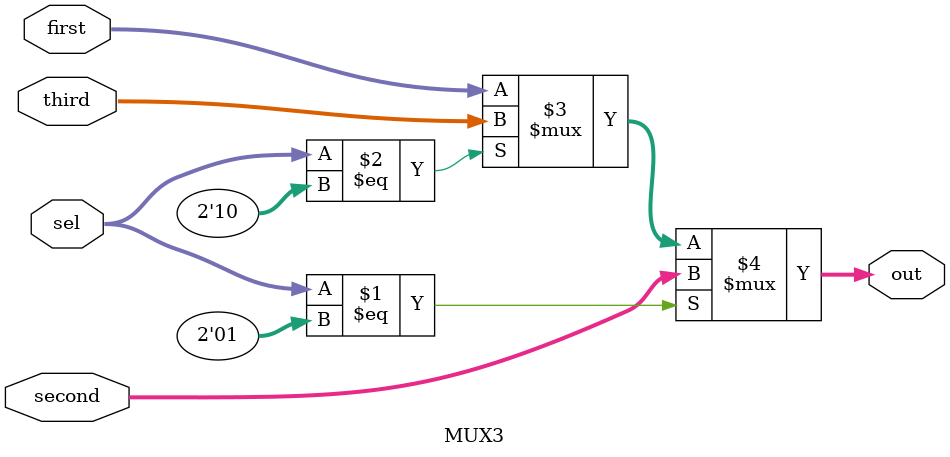
<source format=v>

module MUX2 #(parameter  BIT_NUMBER = 32)(input [BIT_NUMBER-1:0] first, second, input sel, output [BIT_NUMBER-1:0] out);
  assign out = (~sel)?first:second;
endmodule // MUX 2


module MUX3 #(parameter  BIT_NUMBER = 32) (
  input [BIT_NUMBER-1:0] first, second, third, input [1:0] sel, output [BIT_NUMBER-1:0] out);

  assign out = (sel == 1) ? second : (sel == 2) ? third : first;
endmodule // MUX3

</source>
